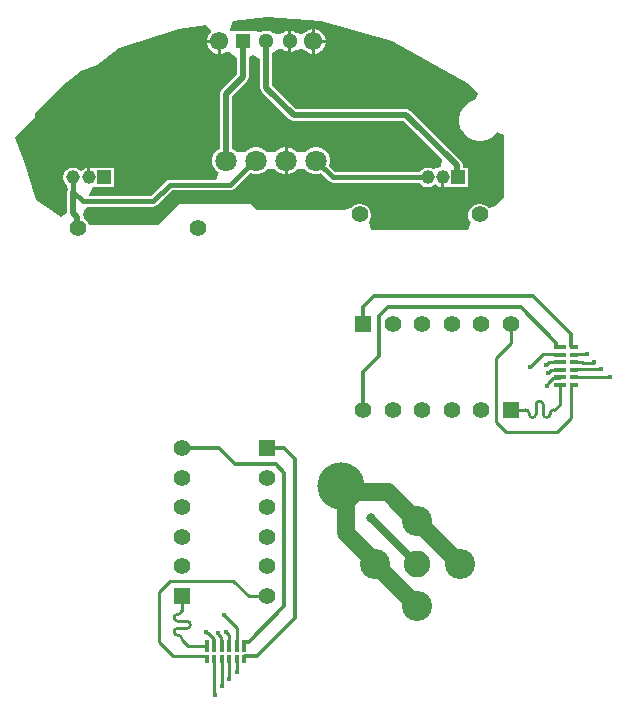
<source format=gbr>
%TF.GenerationSoftware,Altium Limited,Altium Designer,22.7.1 (60)*%
G04 Layer_Physical_Order=1*
G04 Layer_Color=255*
%FSLAX45Y45*%
%MOMM*%
%TF.SameCoordinates,2E8CAF61-F9F5-4988-A97D-765C0E49F6B8*%
%TF.FilePolarity,Positive*%
%TF.FileFunction,Copper,L1,Top,Signal*%
%TF.Part,Single*%
G01*
G75*
%TA.AperFunction,Conductor*%
%ADD10C,0.25000*%
%TA.AperFunction,SMDPad,CuDef*%
%ADD11R,0.38100X0.76200*%
%ADD12R,0.38100X1.01600*%
%ADD13R,0.76200X0.38100*%
%ADD14R,1.01600X0.38100*%
%TA.AperFunction,Conductor*%
%ADD15C,0.50000*%
%ADD16C,0.38100*%
%ADD17C,0.25400*%
%ADD18C,0.50800*%
%ADD19C,0.20320*%
%ADD20C,0.30000*%
%ADD21C,0.63500*%
%ADD22C,1.50000*%
%TA.AperFunction,ComponentPad*%
%ADD23C,1.40000*%
%ADD24C,1.80000*%
%ADD25C,1.55000*%
%ADD26C,1.30000*%
%ADD27R,1.30000X1.30000*%
%ADD28R,1.40000X1.40000*%
%ADD29R,1.40000X1.40000*%
%ADD30C,2.25000*%
%ADD31C,2.55000*%
%ADD32R,1.15000X1.15000*%
%ADD33C,1.15000*%
%TA.AperFunction,ViaPad*%
%ADD34C,0.45000*%
%ADD35C,4.00000*%
%ADD36C,0.80000*%
G36*
X450279Y2823363D02*
X1047179Y2658263D01*
X1704404Y2293138D01*
X1772569Y2224973D01*
X1772800Y2212710D01*
X1750418Y2157321D01*
X1744773Y2156198D01*
X1742417Y2155222D01*
X1739915Y2154725D01*
X1712617Y2143417D01*
X1710496Y2142000D01*
X1708140Y2141024D01*
X1683572Y2124608D01*
X1681769Y2122805D01*
X1679647Y2121388D01*
X1658754Y2100495D01*
X1657337Y2098374D01*
X1655534Y2096570D01*
X1639118Y2072002D01*
X1638142Y2069646D01*
X1636725Y2067525D01*
X1625417Y2040227D01*
X1624920Y2037725D01*
X1623944Y2035369D01*
X1618179Y2006389D01*
Y2003838D01*
X1617682Y2001337D01*
Y1971789D01*
X1618179Y1969287D01*
Y1966737D01*
X1623944Y1937757D01*
X1624920Y1935401D01*
X1625417Y1932899D01*
X1636725Y1905601D01*
X1638142Y1903480D01*
X1639118Y1901123D01*
X1655534Y1876556D01*
X1657337Y1874752D01*
X1658754Y1872631D01*
X1679647Y1851738D01*
X1681769Y1850321D01*
X1683572Y1848517D01*
X1708140Y1832101D01*
X1710496Y1831125D01*
X1712617Y1829708D01*
X1739915Y1818401D01*
X1742417Y1817903D01*
X1744773Y1816927D01*
X1773753Y1811163D01*
X1776304D01*
X1778805Y1810665D01*
X1808353D01*
X1810855Y1811163D01*
X1813405D01*
X1842385Y1816927D01*
X1844741Y1817903D01*
X1847243Y1818401D01*
X1874541Y1829708D01*
X1876662Y1831125D01*
X1879019Y1832101D01*
X1903586Y1848517D01*
X1905390Y1850321D01*
X1907511Y1851738D01*
X1928404Y1872631D01*
X1929821Y1874752D01*
X1931625Y1876556D01*
X1936179Y1883372D01*
X1999679Y1864109D01*
Y1337463D01*
X1926282Y1264066D01*
X1867039Y1239677D01*
X1849277Y1257439D01*
X1827523Y1269998D01*
X1803260Y1276500D01*
X1778140D01*
X1753877Y1269998D01*
X1732123Y1257439D01*
X1714361Y1239677D01*
X1701802Y1217923D01*
X1695300Y1193660D01*
Y1168540D01*
X1701802Y1144277D01*
X1714361Y1122523D01*
X1715321Y1121563D01*
X1691560Y1058063D01*
X873840D01*
X850079Y1121563D01*
X851039Y1122523D01*
X863598Y1144277D01*
X870100Y1168540D01*
Y1193660D01*
X863598Y1217923D01*
X851039Y1239677D01*
X833277Y1257439D01*
X811523Y1269998D01*
X787260Y1276500D01*
X762140D01*
X737877Y1269998D01*
X716123Y1257439D01*
X698361Y1239677D01*
X640779Y1223163D01*
X-95821D01*
X-146621Y1273963D01*
X-756221D01*
X-934021Y1096163D01*
X-1519310D01*
X-1524002Y1113672D01*
X-1536561Y1135426D01*
X-1554323Y1153188D01*
X-1562775Y1158068D01*
Y1170070D01*
X-1566717Y1189891D01*
X-1567152Y1190542D01*
X-1548810Y1239187D01*
X-1535490Y1254042D01*
X-972121D01*
X-954777Y1257492D01*
X-940074Y1267316D01*
X-813648Y1393742D01*
X-320421D01*
X-303077Y1397192D01*
X-288374Y1407016D01*
X-154327Y1541064D01*
X-146143Y1536339D01*
X-116793Y1528474D01*
X-86407D01*
X-57057Y1536339D01*
X-30743Y1551531D01*
X-9257Y1573017D01*
X60057Y1573017D01*
X81543Y1551532D01*
X107857Y1536339D01*
X137207Y1528474D01*
X139700D01*
Y1643874D01*
Y1759274D01*
X137207D01*
X107857Y1751410D01*
X81543Y1736217D01*
X60058Y1714732D01*
X-9258Y1714731D01*
X-30743Y1736217D01*
X-57057Y1751410D01*
X-86407Y1759274D01*
X-116793D01*
X-146143Y1751410D01*
X-172457Y1736217D01*
X-193943Y1714731D01*
X-263257Y1714731D01*
X-284743Y1736217D01*
X-304213Y1747458D01*
Y2190673D01*
X-179564Y2315322D01*
X-168424Y2331994D01*
X-164513Y2351658D01*
Y2519580D01*
X-130787Y2540267D01*
X-67287Y2505123D01*
Y2263800D01*
X-63376Y2244135D01*
X-52236Y2227464D01*
X179564Y1995664D01*
X196235Y1984524D01*
X215900Y1980613D01*
X1147115D01*
X1474700Y1653028D01*
X1459727Y1593173D01*
X1428133Y1579889D01*
X1396935Y1571108D01*
X1382378Y1579513D01*
X1361293Y1585163D01*
X1339466D01*
X1318381Y1579513D01*
X1299478Y1568599D01*
X1284043Y1553165D01*
X1280994Y1547884D01*
X566484D01*
X514168Y1600199D01*
X521800Y1628682D01*
Y1659067D01*
X513935Y1688417D01*
X498742Y1714731D01*
X477257Y1736217D01*
X450942Y1751410D01*
X421593Y1759274D01*
X391207D01*
X361857Y1751410D01*
X335543Y1736217D01*
X314057Y1714731D01*
X244743D01*
X223257Y1736217D01*
X196943Y1751410D01*
X167593Y1759274D01*
X165100D01*
Y1643874D01*
Y1528474D01*
X167593D01*
X196943Y1536339D01*
X223257Y1551532D01*
X244742Y1573017D01*
X314057D01*
X335543Y1551532D01*
X361857Y1536339D01*
X391207Y1528474D01*
X421593D01*
X450075Y1536106D01*
X515664Y1470517D01*
X515664Y1470516D01*
X530367Y1460692D01*
X547711Y1457242D01*
X1280647D01*
X1284043Y1451361D01*
X1299478Y1435926D01*
X1318381Y1425012D01*
X1339466Y1419363D01*
X1361293D01*
X1382378Y1425012D01*
X1401281Y1435926D01*
X1415379Y1450024D01*
X1429477Y1435927D01*
X1448381Y1425013D01*
X1464527Y1420686D01*
X1467680Y1419841D01*
Y1502263D01*
X1493080D01*
Y1419362D01*
X1527480D01*
Y1419363D01*
X1693279D01*
Y1585163D01*
X1646314D01*
Y1605473D01*
X1642403Y1625138D01*
X1631263Y1641810D01*
X1204736Y2068336D01*
X1188065Y2079476D01*
X1168400Y2083387D01*
X237185D01*
X35487Y2285085D01*
Y2555347D01*
X93668Y2592427D01*
X123173Y2587382D01*
X128593Y2581962D01*
X149207Y2570061D01*
X171400Y2564114D01*
Y2654300D01*
Y2744486D01*
X149207Y2738540D01*
X128593Y2726638D01*
X123173Y2721218D01*
X84100Y2714537D01*
X45027Y2721218D01*
X39607Y2726638D01*
X18993Y2738539D01*
X-3998Y2744700D01*
X-27801D01*
X-50793Y2738539D01*
X-62000Y2732069D01*
X-125500Y2744700D01*
X-139135Y2744700D01*
X-275950D01*
X-306300Y2744700D01*
X-314378Y2744887D01*
X-322430Y2754928D01*
X-295385Y2822704D01*
X-11154Y2861463D01*
X450279Y2823363D01*
D02*
G37*
G36*
X-483212Y2739802D02*
X-482641Y2733081D01*
X-498240Y2717482D01*
X-511787Y2694018D01*
X-518800Y2667847D01*
Y2667000D01*
X-415900D01*
Y2654300D01*
X-403200D01*
Y2551400D01*
X-402353D01*
X-376182Y2558412D01*
X-369197Y2562445D01*
X-330788Y2563333D01*
X-267287Y2516995D01*
Y2372944D01*
X-391936Y2248295D01*
X-403076Y2231624D01*
X-406987Y2211958D01*
Y1747458D01*
X-426457Y1736217D01*
X-447943Y1714731D01*
X-463135Y1688417D01*
X-471000Y1659067D01*
Y1628682D01*
X-463135Y1599332D01*
X-447943Y1573017D01*
X-426457Y1551532D01*
X-420139Y1547884D01*
X-437154Y1484384D01*
X-832421D01*
X-849764Y1480934D01*
X-864467Y1471110D01*
X-864468Y1471109D01*
X-990893Y1344684D01*
X-1511935D01*
X-1517852Y1355862D01*
X-1479617Y1419362D01*
X-1472520D01*
Y1419363D01*
X-1306721D01*
Y1585163D01*
X-1472521D01*
X-1472521Y1585163D01*
X-1506921Y1585163D01*
Y1502262D01*
X-1532321D01*
Y1584684D01*
X-1551619Y1579513D01*
X-1570523Y1568599D01*
X-1584621Y1554501D01*
X-1598719Y1568599D01*
X-1617623Y1579513D01*
X-1638707Y1585163D01*
X-1660535D01*
X-1681619Y1579513D01*
X-1700523Y1568599D01*
X-1715957Y1553165D01*
X-1726871Y1534261D01*
X-1732521Y1513177D01*
Y1491349D01*
X-1726871Y1470265D01*
X-1715957Y1451361D01*
X-1700523Y1435927D01*
X-1697473Y1399784D01*
X-1701416Y1379963D01*
Y1205121D01*
X-1755617Y1166722D01*
X-1886521Y1261263D01*
X-1962721Y1312063D01*
X-2064321Y1642263D01*
X-2143550Y1834676D01*
X-2127821Y1858163D01*
X-1975421Y2010563D01*
Y2048663D01*
X-1772221Y2251863D01*
X-1746821Y2277263D01*
X-1585954Y2400029D01*
X-1448371Y2455063D01*
X-1416621Y2480463D01*
X-1264221Y2594763D01*
X-756221Y2759863D01*
X-523809Y2791555D01*
X-483212Y2739802D01*
D02*
G37*
%LPC*%
G36*
X371400Y2757201D02*
X370552D01*
X344382Y2750189D01*
X320918Y2736641D01*
X316702Y2732426D01*
X283899Y2720114D01*
X239608Y2726638D01*
X239607Y2726638D01*
X235193Y2729187D01*
X218993Y2738540D01*
X196800Y2744486D01*
Y2654300D01*
Y2564114D01*
X218993Y2570061D01*
X235193Y2579414D01*
X239607Y2581962D01*
X239608Y2581962D01*
X283898Y2588487D01*
X316703Y2576175D01*
X320918Y2571961D01*
X344382Y2558413D01*
X370552Y2551401D01*
X371400D01*
Y2654301D01*
Y2757201D01*
D02*
G37*
G36*
X397647D02*
X396800D01*
Y2667001D01*
X487000D01*
Y2667848D01*
X479987Y2694019D01*
X466440Y2717483D01*
X447282Y2736641D01*
X423818Y2750189D01*
X397647Y2757201D01*
D02*
G37*
G36*
X487000Y2641601D02*
X396800D01*
Y2551401D01*
X397647D01*
X423818Y2558413D01*
X447282Y2571961D01*
X466440Y2591119D01*
X479987Y2614583D01*
X487000Y2640754D01*
Y2641601D01*
D02*
G37*
G36*
X-428600Y2641600D02*
X-518800D01*
Y2640753D01*
X-511787Y2614582D01*
X-498240Y2591118D01*
X-479082Y2571960D01*
X-455618Y2558412D01*
X-429447Y2551400D01*
X-428600D01*
Y2641600D01*
D02*
G37*
%LPD*%
D10*
X2208049Y-494924D02*
G03*
X2178049Y-464924I-30000J0D01*
G01*
X2208049Y-499219D02*
G03*
X2268049Y-499219I30000J0D01*
G01*
X2328049Y-421796D02*
G03*
X2268049Y-421796I-30000J0D01*
G01*
X2328049Y-499219D02*
G03*
X2388049Y-499219I30000J0D01*
G01*
X2418049Y-464924D02*
G03*
X2388049Y-494924I0J-30000D01*
G01*
X-761624Y-2195349D02*
G03*
X-731624Y-2165349I0J30000D01*
G01*
X-765919Y-2195349D02*
G03*
X-765919Y-2255349I0J-30000D01*
G01*
X-688496Y-2315349D02*
G03*
X-688496Y-2255349I0J30000D01*
G01*
X-765919Y-2315349D02*
G03*
X-765919Y-2375349I0J-30000D01*
G01*
X-731624Y-2405349D02*
G03*
X-761624Y-2375349I-30000J0D01*
G01*
X2081178Y-464924D02*
X2178049D01*
X2208049Y-499219D02*
Y-494924D01*
X2268049Y-499219D02*
Y-421796D01*
X2328049Y-499219D02*
Y-421796D01*
X2388049Y-499219D02*
Y-494924D01*
X2418049Y-464924D02*
X2425412D01*
X2430550Y-459787D01*
X2081178Y-464924D02*
X2081178D01*
X-731624Y-2165349D02*
Y-2068478D01*
X-765919Y-2195349D02*
X-761624D01*
X-765919Y-2255349D02*
X-688496D01*
X-765919Y-2315349D02*
X-688496D01*
X-765919Y-2375349D02*
X-761624D01*
X-731624Y-2412712D02*
Y-2405349D01*
Y-2412712D02*
X-726486Y-2417850D01*
X-455667Y-2576601D02*
X-454292Y-2577976D01*
Y-2880859D02*
Y-2577976D01*
Y-2880859D02*
X-452917Y-2882234D01*
X-327768Y-2645361D02*
Y-2577499D01*
X-332463Y-2740176D02*
Y-2650056D01*
X-327768Y-2645361D01*
X-332463Y-2740176D02*
X-329059Y-2743579D01*
X-462217Y-2455750D02*
X-455667Y-2462300D01*
X-462217Y-2455750D02*
Y-2402179D01*
X-507153Y-2357243D02*
X-462217Y-2402179D01*
X-522196Y-2349743D02*
X-514696Y-2357243D01*
X-526255Y-2349743D02*
X-522196D01*
X-514696Y-2357243D02*
X-507153D01*
X-328667Y-2462300D02*
Y-2367905D01*
X-352757Y-2343814D02*
X-328667Y-2367905D01*
X-354067Y-2343814D02*
X-352757D01*
X-262811Y-2682203D02*
X-260454Y-2684559D01*
X-262811Y-2682203D02*
Y-2581498D01*
X-266438Y-2577871D02*
X-262811Y-2581498D01*
X-390208Y-2803000D02*
X-388248Y-2804960D01*
X-390208Y-2803000D02*
Y-2579075D01*
X-389950Y-2578818D01*
X-165937Y-2040616D02*
X-9309D01*
X-293241Y-1913312D02*
X-165937Y-2040616D01*
X-831596Y-1913312D02*
X-293241D01*
X-922704Y-2004419D02*
X-831596Y-1913312D01*
X-922704Y-2429932D02*
Y-2004419D01*
Y-2429932D02*
X-802355Y-2550281D01*
X-528057D01*
X-519167Y-2576600D02*
Y-2559171D01*
X-528057Y-2550281D02*
X-519167Y-2559171D01*
X2589301Y-188967D02*
X2590676Y-187592D01*
X2893559Y-187592D01*
X2894934Y-186217D01*
X2590199Y-61068D02*
X2658061D01*
X2662756Y-65763D02*
X2752876Y-65762D01*
X2658061Y-61068D02*
X2662756Y-65763D01*
X2752876Y-65762D02*
X2756279Y-62359D01*
X2369943Y-240453D02*
X2414879Y-195517D01*
X2468450D01*
X2475000Y-188967D01*
X2362443Y-255496D02*
X2362444Y-259555D01*
X2362443Y-255496D02*
X2369943Y-247996D01*
X2369943Y-240453D01*
X2380605Y-61967D02*
X2475000Y-61967D01*
X2356514Y-86058D02*
X2380605Y-61967D01*
X2356514Y-87367D02*
Y-86058D01*
X2594198Y3889D02*
X2694903D01*
X2697259Y6246D01*
X2590571Y262D02*
X2594198Y3889D01*
X2591775Y-123508D02*
X2815700Y-123507D01*
X2817660Y-121548D01*
X2591518Y-123250D02*
X2591775Y-123508D01*
X2053316Y100763D02*
Y257391D01*
X1926012Y-26541D02*
X2053316Y100763D01*
X1926012Y-564896D02*
X1926012Y-26541D01*
X1926012Y-564896D02*
X2017119Y-656004D01*
X2442632Y-656003D01*
X2562981Y-535654D01*
X2562981Y-261357D01*
X2571871Y-252467D01*
X2589300D01*
X-682037Y-2462300D02*
X-519167D01*
X-689676Y-2454661D02*
X-682037Y-2462300D01*
X-726486Y-2417850D02*
X-689676Y-2454661D01*
X-731624Y-2068478D02*
Y-2040616D01*
X-398717Y-2455750D02*
X-392167Y-2462300D01*
X-398717Y-2455750D02*
Y-2385160D01*
X-423593Y-2360284D02*
X-398717Y-2385160D01*
X-423593Y-2360284D02*
Y-2354872D01*
X-265168Y-2462300D02*
X-261309Y-2458441D01*
Y-2314046D01*
X-369699Y-2205656D02*
X-261309Y-2314046D01*
X2475000Y-415337D02*
Y-252467D01*
X2430550Y-459787D02*
X2467361Y-422976D01*
X2467361Y-422976D02*
X2475000Y-415337D01*
X2053316Y-464925D02*
X2081178Y-464924D01*
X2397860Y-132017D02*
X2468449D01*
X2475000Y-125467D01*
X2372985Y-156893D02*
X2397860Y-132017D01*
X2367573Y-156893D02*
X2372985Y-156893D01*
X2471141Y5391D02*
X2475000Y1532D01*
X2326746Y5391D02*
X2471141D01*
X2218356Y-102999D02*
X2326746Y5391D01*
D11*
X-519167Y-2576600D02*
D03*
X-455668D02*
D03*
X-392167Y-2576601D02*
D03*
X-328667Y-2576600D02*
D03*
X-265167D02*
D03*
X-201667D02*
D03*
D12*
X-519167Y-2462300D02*
D03*
X-455667D02*
D03*
X-392167Y-2462300D02*
D03*
X-328667Y-2462300D02*
D03*
X-265168Y-2462300D02*
D03*
X-201667Y-2462300D02*
D03*
D13*
X2589301Y-252467D02*
D03*
X2589300Y-188967D02*
D03*
Y-125467D02*
D03*
X2589301Y-61967D02*
D03*
Y1533D02*
D03*
Y65032D02*
D03*
D14*
X2475000Y-252467D02*
D03*
Y-188967D02*
D03*
X2475000Y-125467D02*
D03*
X2475000Y-61967D02*
D03*
X2475000Y1532D02*
D03*
X2475000Y65033D02*
D03*
D15*
X215900Y2032000D02*
X1168400D01*
X-15900Y2263800D02*
X215900Y2032000D01*
X-15900Y2263800D02*
Y2654300D01*
X1594927Y1517715D02*
X1610379Y1502263D01*
X1168400Y2032000D02*
X1594927Y1605473D01*
Y1517715D02*
Y1605473D01*
X-355600Y2211958D02*
X-215900Y2351658D01*
X-355600Y1643874D02*
Y2211958D01*
X-215900Y2351658D02*
Y2654300D01*
D16*
X547711Y1502563D02*
X1350079D01*
X406400Y1643874D02*
X547711Y1502563D01*
X-832421Y1439063D02*
X-320421D01*
X-117221Y1642263D01*
X-972121Y1299363D02*
X-832421Y1439063D01*
X-1569020Y1299363D02*
X-972121D01*
X-1649621Y1379963D02*
Y1502263D01*
Y1379963D02*
X-1569020Y1299363D01*
D17*
X1350079Y1502563D02*
X1350380Y1502263D01*
X-1614570Y1097751D02*
X-1587500Y1070681D01*
X1259704Y-1766751D02*
X1263614D01*
X869379Y-1380337D02*
X873290D01*
D18*
X-1614570Y1097751D02*
Y1170070D01*
X-1649621Y1205121D02*
Y1379963D01*
Y1205121D02*
X-1614570Y1170070D01*
D19*
X-455668Y-2576600D02*
X-455667Y-2576601D01*
X-328667Y-2576600D02*
X-327768Y-2577499D01*
X-266438Y-2577871D02*
X-265167Y-2576600D01*
X-392167Y-2576601D02*
X-389950Y-2578818D01*
X2589300Y-188967D02*
X2589301Y-188967D01*
X2589300Y-61967D02*
X2590199Y-61068D01*
X2589300Y1533D02*
X2590571Y262D01*
X2589300Y-125467D02*
X2591518Y-123250D01*
D20*
X-201667Y-2576600D02*
Y-2557835D01*
X-195317Y-2551485D01*
X-91801D01*
X229347Y-2230337D01*
Y-882367D01*
X137596Y-790616D02*
X229347Y-882367D01*
X-9309Y-790616D02*
X137596D01*
X-201667Y-2462300D02*
Y-2434665D01*
X-195317Y-2428315D01*
X-162721D01*
X137938Y-2127656D01*
Y-999160D01*
X63694Y-924916D02*
X137938Y-999160D01*
X-280324Y-924916D02*
X63694D01*
X-414624Y-790616D02*
X-280324Y-924916D01*
X-731624Y-790616D02*
X-414624D01*
X2570535Y65033D02*
X2589301Y65032D01*
X2564185Y71383D02*
X2570535Y65033D01*
X2564185Y71383D02*
X2564186Y174898D01*
X2243037Y496047D02*
X2564186Y174898D01*
X895067Y496047D02*
X2243037Y496047D01*
X803316Y404296D02*
X895067Y496047D01*
X803316Y257391D02*
Y404296D01*
X2447365Y65033D02*
X2475001D01*
X2441015Y71383D02*
X2447365Y65033D01*
X2441015Y71383D02*
Y103979D01*
X2140355Y404638D02*
X2441015Y103979D01*
X1011860Y404638D02*
X2140355Y404638D01*
X937616Y330394D02*
X1011860Y404638D01*
X937616Y-13624D02*
Y330394D01*
X803316Y-147924D02*
X937616Y-13624D01*
X803316Y-464924D02*
Y-147924D01*
D21*
X873290Y-1380337D02*
X1259704Y-1766751D01*
D22*
X615379Y-1113638D02*
X663215Y-1161472D01*
X1258572Y-1402496D02*
X1622825Y-1766750D01*
X615379Y-1113638D02*
X663215Y-1161472D01*
X899360Y-1761707D02*
X1263614Y-2125963D01*
X663215Y-1161472D02*
X1011174Y-1161473D01*
X663214Y-1509431D02*
X663215Y-1161472D01*
X663214Y-1509431D02*
X899360Y-1745576D01*
X899360Y-1761707D02*
X899360Y-1745576D01*
X1252197Y-1402497D02*
X1258572Y-1402496D01*
X1011174Y-1161473D02*
X1252197Y-1402497D01*
D23*
X774700Y1193800D02*
D03*
X1790700D02*
D03*
X-1612900Y1076849D02*
D03*
X-596900D02*
D03*
X-9309Y-1040616D02*
D03*
Y-1290616D02*
D03*
Y-1540616D02*
D03*
Y-1790616D02*
D03*
Y-2040616D02*
D03*
X-731625Y-1790615D02*
D03*
X-731624Y-1540616D02*
D03*
Y-1290616D02*
D03*
Y-1040616D02*
D03*
Y-790616D02*
D03*
X1053316Y257391D02*
D03*
X1303316D02*
D03*
X1553316D02*
D03*
X1803316Y257390D02*
D03*
X2053316Y257391D02*
D03*
X1803315Y-464925D02*
D03*
X1553316Y-464924D02*
D03*
X1303316Y-464925D02*
D03*
X1053316Y-464924D02*
D03*
X803316Y-464924D02*
D03*
D24*
X-355600Y1643874D02*
D03*
X-101600Y1643874D02*
D03*
X152400Y1643874D02*
D03*
X406400D02*
D03*
D25*
X384100Y2654301D02*
D03*
X-415900Y2654300D02*
D03*
D26*
X184100Y2654300D02*
D03*
X-15900Y2654300D02*
D03*
D27*
X-215900D02*
D03*
D28*
X-9309Y-790616D02*
D03*
X-731624Y-2040616D02*
D03*
D29*
X803316Y257391D02*
D03*
X2053316Y-464925D02*
D03*
D30*
X1263614Y-1766751D02*
D03*
D31*
X904403Y-1766751D02*
D03*
X1263615Y-2125962D02*
D03*
X1622826Y-1766753D02*
D03*
X1263615Y-1407541D02*
D03*
D32*
X-1389621Y1502263D02*
D03*
X1610379D02*
D03*
D33*
X-1519621Y1502263D02*
D03*
X-1649621D02*
D03*
X1350380D02*
D03*
X1480379Y1502263D02*
D03*
D34*
X-452917Y-2882234D02*
D03*
X-329059Y-2743579D02*
D03*
X-526255Y-2349743D02*
D03*
X-354067Y-2343814D02*
D03*
X-260454Y-2684559D02*
D03*
X-388248Y-2804960D02*
D03*
X2894934Y-186217D02*
D03*
X2756279Y-62359D02*
D03*
X2362444Y-259555D02*
D03*
X2356514Y-87367D02*
D03*
X2697259Y6246D02*
D03*
X2817660Y-121548D02*
D03*
X-423593Y-2354872D02*
D03*
X-371691Y-2205656D02*
D03*
X2367573Y-156893D02*
D03*
X2218356Y-104991D02*
D03*
D35*
X615379Y-1113638D02*
D03*
D36*
X869379Y-1380337D02*
D03*
%TF.MD5,bc2269aecf204dfe86a6e220cce3dc4b*%
M02*

</source>
